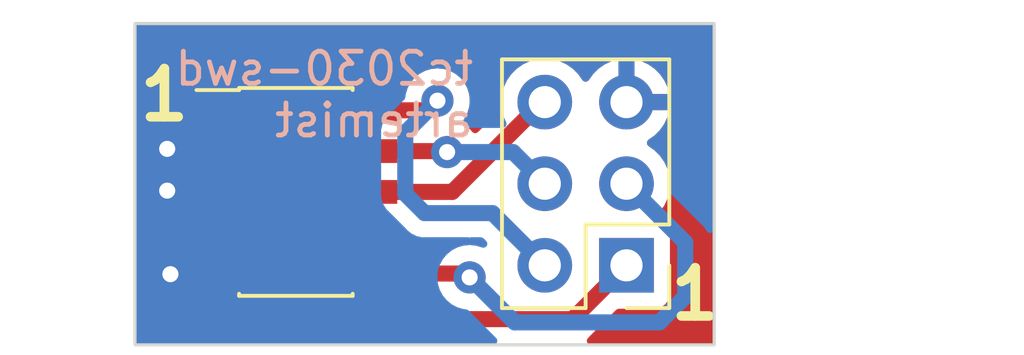
<source format=kicad_pcb>
(kicad_pcb (version 20221018) (generator pcbnew)
  (layers (0 "F.Cu" signal) (31 "B.Cu" signal) (34 "B.Paste" user) (35 "F.Paste" user) (36 "B.SilkS" user "B.Silkscreen") (37 "F.SilkS" user "F.Silkscreen") (38 "B.Mask" user) (39 "F.Mask" user) (44 "Edge.Cuts" user))
  (net 0 "")
  (net 1 "Net-(J1-SWDIO{slash}TMS)")
  (net 2 "Net-(J1-~{RESET})")
  (net 3 "Net-(J1-SWCLK{slash}TCK)")
  (net 4 "Net-(J1-SWO{slash}TDO)")
  (net 7 "+3V3")
  (net 8 "GND")
  (footprint "Connector_PinHeader_2.54mm:PinHeader_2x03_P2.54mm_Vertical" (layer "F.Cu") (at 87.275 103.525 180)
    (fp_text reference "J2" hide)
    (fp_text value "Conn_ARM_SWD_TagConnect_TC2030")
    (fp_line (start -1.33 -1.33) (end 0 -1.33) (stroke (width 0.12)) (layer "F.SilkS"))
    (fp_line (start -1.33 0) (end -1.33 -1.33) (stroke (width 0.12)) (layer "F.SilkS"))
    (fp_line (start -1.33 1.27) (end -1.33 6.41) (stroke (width 0.12)) (layer "F.SilkS"))
    (fp_line (start -1.33 1.27) (end 1.27 1.27) (stroke (width 0.12)) (layer "F.SilkS"))
    (fp_line (start -1.33 6.41) (end 3.87 6.41) (stroke (width 0.12)) (layer "F.SilkS"))
    (fp_line (start 1.27 -1.33) (end 3.87 -1.33) (stroke (width 0.12)) (layer "F.SilkS"))
    (fp_line (start 1.27 1.27) (end 1.27 -1.33) (stroke (width 0.12)) (layer "F.SilkS"))
    (fp_line (start 3.87 -1.33) (end 3.87 6.41) (stroke (width 0.12)) (layer "F.SilkS"))
    (pad "1" thru_hole rect (at 0 0 180) (size 1.7 1.7) (drill 1) (layers "*.Cu" "*.Mask") (net 7 "+3V3"))
    (pad "2" thru_hole oval (at 2.54 0 180) (size 1.7 1.7) (drill 1) (layers "*.Cu" "*.Mask") (net 1 "Net-(J1-SWDIO{slash}TMS)"))
    (pad "3" thru_hole oval (at 0 2.54 180) (size 1.7 1.7) (drill 1) (layers "*.Cu" "*.Mask") (net 2 "Net-(J1-~{RESET})"))
    (pad "4" thru_hole oval (at 2.54 2.54 180) (size 1.7 1.7) (drill 1) (layers "*.Cu" "*.Mask") (net 3 "Net-(J1-SWCLK{slash}TCK)"))
    (pad "5" thru_hole oval (at 0 5.08 180) (size 1.7 1.7) (drill 1) (layers "*.Cu" "*.Mask") (net 8 "GND"))
    (pad "6" thru_hole oval (at 2.54 5.08 180) (size 1.7 1.7) (drill 1) (layers "*.Cu" "*.Mask") (net 4 "Net-(J1-SWO{slash}TDO)"))
  )
  (footprint "Connector_PinHeader_1.27mm:PinHeader_2x05_P1.27mm_Vertical_SMD" (layer "F.Cu") (at 77 101.24)
    (fp_text reference "J1" hide)
    (fp_text value "Conn_ARM_JTAG_SWD_10")
    (fp_line (start -3.09 -3.17) (end -1.765 -3.17) (stroke (width 0.12)) (layer "F.SilkS"))
    (fp_line (start -1.765 -3.235) (end -1.765 -3.17) (stroke (width 0.12)) (layer "F.SilkS"))
    (fp_line (start -1.765 -3.235) (end 1.765 -3.235) (stroke (width 0.12)) (layer "F.SilkS"))
    (fp_line (start -1.765 3.17) (end -1.765 3.235) (stroke (width 0.12)) (layer "F.SilkS"))
    (fp_line (start -1.765 3.235) (end 1.765 3.235) (stroke (width 0.12)) (layer "F.SilkS"))
    (fp_line (start 1.765 -3.235) (end 1.765 -3.17) (stroke (width 0.12)) (layer "F.SilkS"))
    (fp_line (start 1.765 3.17) (end 1.765 3.235) (stroke (width 0.12)) (layer "F.SilkS"))
    (pad "1" smd rect (at -1.95 -2.54) (size 2.4 0.74) (layers "F.Cu" "F.Paste" "F.Mask") (net 7 "+3V3"))
    (pad "2" smd rect (at 1.95 -2.54) (size 2.4 0.74) (layers "F.Cu" "F.Paste" "F.Mask") (net 1 "Net-(J1-SWDIO{slash}TMS)"))
    (pad "3" smd rect (at -1.95 -1.27) (size 2.4 0.74) (layers "F.Cu" "F.Paste" "F.Mask") (net 8 "GND"))
    (pad "4" smd rect (at 1.95 -1.27) (size 2.4 0.74) (layers "F.Cu" "F.Paste" "F.Mask") (net 3 "Net-(J1-SWCLK{slash}TCK)"))
    (pad "5" smd rect (at -1.95 0) (size 2.4 0.74) (layers "F.Cu" "F.Paste" "F.Mask") (net 8 "GND"))
    (pad "6" smd rect (at 1.95 0) (size 2.4 0.74) (layers "F.Cu" "F.Paste" "F.Mask") (net 4 "Net-(J1-SWO{slash}TDO)"))
    (pad "7" smd rect (at -1.95 1.27) (size 2.4 0.74) (layers "F.Cu" "F.Paste" "F.Mask"))
    (pad "8" smd rect (at 1.95 1.27) (size 2.4 0.74) (layers "F.Cu" "F.Paste" "F.Mask"))
    (pad "9" smd rect (at -1.95 2.54) (size 2.4 0.74) (layers "F.Cu" "F.Paste" "F.Mask") (net 8 "GND"))
    (pad "10" smd rect (at 1.95 2.54) (size 2.4 0.74) (layers "F.Cu" "F.Paste" "F.Mask") (net 2 "Net-(J1-~{RESET})"))
  )
  (gr_rect (start 72 96) (end 90 106) (stroke (width 0.1)) (fill none) (layer "Edge.Cuts"))
  (gr_text "tc2030-swd\nartemist" (at 82.6 99.6) (layer "B.SilkS") (effects (font (size 1 1)) (justify left bottom mirror)))
  (gr_text "1" (at 88.5 105.3) (layer "F.SilkS") (effects (font (size 1.5 1.5) (thickness 0.3) bold) (justify left bottom)))
  (gr_text "1" (at 72 99.1) (layer "F.SilkS") (effects (font (size 1.5 1.5) (thickness 0.3) bold) (justify left bottom)))
  (segment (start 81.100004 98.7) (end 81.400004 98.4) (width 0.5) (layer "F.Cu") (net 1))
  (segment (start 78.95 98.7) (end 79.8 98.7) (width 0.5) (layer "F.Cu") (net 1))
  (segment (start 78.95 98.7) (end 81.100004 98.7) (width 0.5) (layer "F.Cu") (net 1))
  (via (at 81.400004 98.4) (size 1) (drill 0.5) (layers "F.Cu" "B.Cu") (net 1))
  (segment (start 83.11 101.9) (end 81 101.9) (width 0.5) (layer "B.Cu") (net 1))
  (segment (start 80.4 99.400004) (end 81.400004 98.4) (width 0.5) (layer "B.Cu") (net 1))
  (segment (start 84.735 103.525) (end 83.11 101.9) (width 0.5) (layer "B.Cu") (net 1))
  (segment (start 80.4 101.3) (end 80.4 99.400004) (width 0.5) (layer "B.Cu") (net 1))
  (segment (start 81 101.9) (end 80.4 101.3) (width 0.5) (layer "B.Cu") (net 1))
  (segment (start 78.95 103.78) (end 82.28 103.78) (width 0.5) (layer "F.Cu") (net 2))
  (segment (start 82.28 103.78) (end 82.4 103.9) (width 0.5) (layer "F.Cu") (net 2))
  (via (at 82.4 103.9) (size 1) (drill 0.5) (layers "F.Cu" "B.Cu") (net 2))
  (segment (start 82.4 103.9) (end 83.8 105.3) (width 0.5) (layer "B.Cu") (net 2))
  (segment (start 83.8 105.3) (end 88.3 105.3) (width 0.5) (layer "B.Cu") (net 2))
  (segment (start 88.3 105.3) (end 89.1 104.5) (width 0.5) (layer "B.Cu") (net 2))
  (segment (start 89.1 102.81) (end 87.275 100.985) (width 0.5) (layer "B.Cu") (net 2))
  (segment (start 89.1 104.5) (end 89.1 102.81) (width 0.5) (layer "B.Cu") (net 2))
  (segment (start 81.670002 99.97) (end 81.700002 100) (width 0.5) (layer "F.Cu") (net 3))
  (segment (start 78.95 99.97) (end 81.670002 99.97) (width 0.5) (layer "F.Cu") (net 3))
  (via (at 81.700002 100) (size 1) (drill 0.5) (layers "F.Cu" "B.Cu") (net 3))
  (segment (start 83.75 100) (end 81.700002 100) (width 0.5) (layer "B.Cu") (net 3))
  (segment (start 84.735 100.985) (end 83.75 100) (width 0.5) (layer "B.Cu") (net 3))
  (segment (start 78.95 101.24) (end 81.86 101.24) (width 0.5) (layer "F.Cu") (net 4))
  (segment (start 84.655 98.445) (end 84.735 98.445) (width 0.5) (layer "F.Cu") (net 4))
  (segment (start 81.86 101.24) (end 84.655 98.445) (width 0.5) (layer "F.Cu") (net 4))
  (segment (start 77 104.3) (end 77.9 105.2) (width 0.5) (layer "F.Cu") (net 7))
  (segment (start 77 99.45) (end 77 104.3) (width 0.5) (layer "F.Cu") (net 7))
  (segment (start 85.6 105.2) (end 87.275 103.525) (width 0.5) (layer "F.Cu") (net 7))
  (segment (start 77.9 105.2) (end 85.6 105.2) (width 0.5) (layer "F.Cu") (net 7))
  (segment (start 75.05 98.7) (end 76.25 98.7) (width 0.5) (layer "F.Cu") (net 7))
  (segment (start 76.25 98.7) (end 77 99.45) (width 0.5) (layer "F.Cu") (net 7))
  (via (at 73 101.2) (size 1) (drill 0.5) (layers "F.Cu" "B.Cu") (net 8))
  (via (at 73.1 103.8) (size 1) (drill 0.5) (layers "F.Cu" "B.Cu") (net 8))
  (via (at 73 99.9) (size 1) (drill 0.5) (layers "F.Cu" "B.Cu") (net 8))
  (zone (net 8) (net_name "GND") (layers "F&B.Cu") (connect_pads (clearance 0.5)) (min_thickness 0.25) (fill yes (thermal_gap 0.5) (thermal_bridge_width 0.5))
    (polygon (pts (xy 72 96) (xy 72 106) (xy 90 106) (xy 90 96)))
  )
)
</source>
